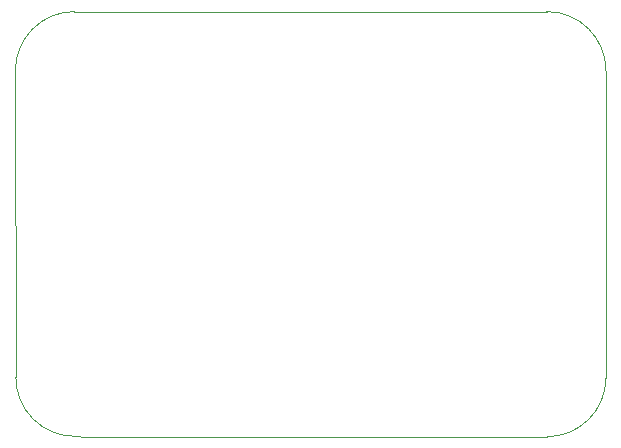
<source format=gbr>
%TF.GenerationSoftware,KiCad,Pcbnew,8.0.0*%
%TF.CreationDate,2024-05-02T00:18:50-07:00*%
%TF.ProjectId,ece16,65636531-362e-46b6-9963-61645f706362,rev?*%
%TF.SameCoordinates,Original*%
%TF.FileFunction,Profile,NP*%
%FSLAX46Y46*%
G04 Gerber Fmt 4.6, Leading zero omitted, Abs format (unit mm)*
G04 Created by KiCad (PCBNEW 8.0.0) date 2024-05-02 00:18:50*
%MOMM*%
%LPD*%
G01*
G04 APERTURE LIST*
%TA.AperFunction,Profile*%
%ADD10C,0.100000*%
%TD*%
G04 APERTURE END LIST*
D10*
X110035534Y-69964466D02*
X110000000Y-44000000D01*
X155000000Y-75000000D02*
X116000000Y-75000000D01*
X116000000Y-75000000D02*
X115035534Y-74964466D01*
X115035534Y-74964466D02*
G75*
G02*
X110035534Y-69964466I-34J4999966D01*
G01*
X160000000Y-70000000D02*
G75*
G02*
X155000000Y-75000000I-5000000J0D01*
G01*
X160000000Y-44000000D02*
X160000000Y-70000000D01*
X110000000Y-44000000D02*
G75*
G02*
X115000000Y-39000000I5000000J0D01*
G01*
X155000000Y-39000000D02*
G75*
G02*
X160000000Y-44000000I0J-5000000D01*
G01*
X115000000Y-39000000D02*
X155000000Y-39000000D01*
M02*

</source>
